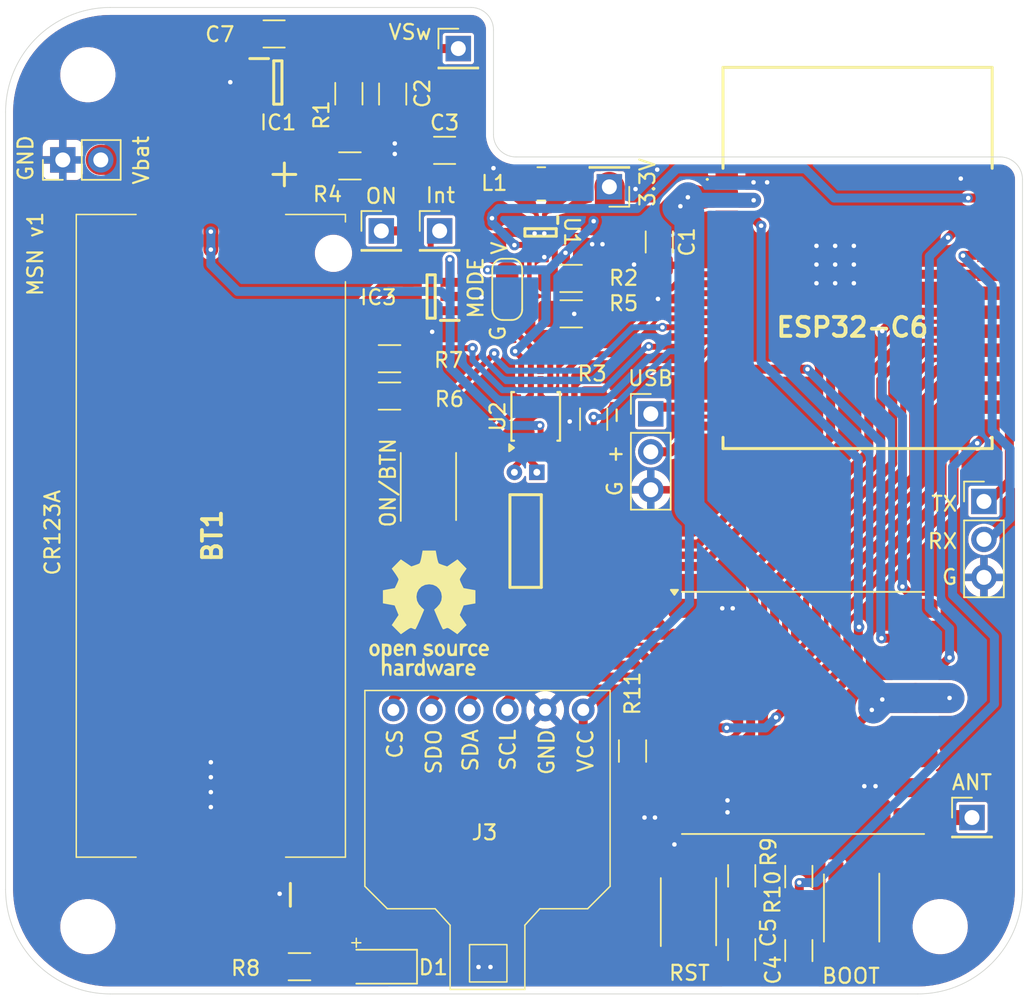
<source format=kicad_pcb>
(kicad_pcb (version 20240108) (generator "pcbnew") (generator_version "8.0")
  (layers (0 "F.Cu" signal) (31 "B.Cu" signal) (34 "B.Paste" user) (35 "F.Paste" user) (36 "B.SilkS" user "B.Silkscreen") (37 "F.SilkS" user "F.Silkscreen") (38 "B.Mask" user) (39 "F.Mask" user) (44 "Edge.Cuts" user))
  (net 0 "")
  (net 1 "GND")
  (net 2 "Net-(D1-A)")
  (net 3 "+3.3V")
  (net 4 "/ADC_CH2")
  (net 5 "/SDA")
  (net 6 "/RF_NSS")
  (net 7 "/EN")
  (net 8 "/SCL")
  (net 9 "/Boot{slash}SW_1")
  (net 10 "/USB_D-")
  (net 11 "/BME_CS")
  (net 12 "/CLR")
  (net 13 "/USB_D+")
  (net 14 "/RF_RST")
  (net 15 "/RF_DIO1")
  (net 16 "VBat")
  (net 17 "/RF_DIO0")
  (net 18 "/RF_DIO2")
  (net 19 "Net-(JP1-C)")
  (net 20 "Net-(IC1-CT)")
  (net 21 "Net-(IC1-QOD)")
  (net 22 "Net-(IC1-ON)")
  (net 23 "Net-(IC2-RXD0)")
  (net 24 "Net-(IC2-TXD0)")
  (net 25 "/BTN_INT")
  (net 26 "/MISO")
  (net 28 "/MOSI")
  (net 30 "Net-(IC2-IO8)")
  (net 31 "/SCK")
  (net 33 "Net-(IC2-IO11)")
  (net 34 "Net-(IC3-~{PB_IN})")
  (net 35 "Net-(J8-Pin_1)")
  (net 39 "Net-(U2-OSCO)")
  (net 40 "Net-(U2-OSCI)")
  (net 41 "Net-(U1-FB)")
  (net 42 "Net-(U1-LX2)")
  (net 43 "Net-(U1-LX1)")
  (footprint "Package_SO:SOT95P280X145-6N" (layer "F.Cu") (at 126.58 69.02)
    (property "Reference" "IC1")
    (property "Value" "TPS22917DBVT" (hide yes))
  )
  (footprint "LOGO" (layer "F.Cu") (at 136.7 104.5)
    (property "Reference" "G***" (hide yes))
    (property "Value" "LOGO" (hide yes))
  )
  (footprint "Package_SO:SOT95P280X145-6N" (layer "F.Cu") (at 136.83 83.3375 180)
    (property "Reference" "IC3")
    (property "Value" "MAX16150AUT+T" (hide yes))
  )
  (footprint "Package_SO:SOTFL50P160X60-8N" (layer "F.Cu") (at 144.15 79.05 -90)
    (property "Reference" "U1")
    (property "Value" "TPS631000DRLR" (hide yes))
  )
  (footprint "Connector_PinHeader_2.54mm:PinHeader_1x03_P2.54mm_Vertical" (layer "F.Cu") (at 173.8 97.05)
    (property "Reference" "J3" (hide yes))
    (property "Value" "TX/RX" (hide yes))
  )
  (footprint "Resistor_SMD:R_1206_3216Metric_Pad1.30x1.75mm_HandSolder" (layer "F.Cu") (at 147.7 91.55 -90)
    (property "Reference" "R3")
    (property "Value" "10K" (hide yes))
  )
  (footprint "MountingHole:MountingHole_3.2mm_M3" (layer "F.Cu") (at 113.875 68.5)
    (property "Reference" "H1" (hide yes))
    (property "Value" "MountingHole" (hide yes))
  )
  (footprint "Connector_PinHeader_2.54mm:PinHeader_1x01_P2.54mm_Vertical" (layer "F.Cu") (at 137.4 78.95)
    (property "Reference" "Int")
    (property "Value" "INT")
  )
  (footprint "Connector_PinHeader_2.54mm:PinHeader_1x01_P2.54mm_Vertical" (layer "F.Cu") (at 138.65 66.75)
    (property "Reference" "VSw")
    (property "Value" "VSw" (hide yes))
  )
  (footprint "Jumper:SolderJumper-3_P1.3mm_Bridged12_RoundedPad1.0x1.5mm_NumberLabels" (layer "F.Cu") (at 141.92 82.86 -90)
    (property "Reference" "JP1" (hide yes))
    (property "Value" "Mode Select" (hide yes))
  )
  (footprint "LED_SMD:LED_1206_3216Metric_Pad1.42x1.75mm_HandSolder" (layer "F.Cu") (at 133.4275 128.1775 180)
    (property "Reference" "D1")
    (property "Value" "Debug 2.1V/20mA" (hide yes))
  )
  (footprint "Capacitor_SMD:C_1206_3216Metric_Pad1.33x1.80mm_HandSolder" (layer "F.Cu") (at 152.09 79.69 -90)
    (property "Reference" "C1")
    (property "Value" "47uF" (hide yes))
  )
  (footprint "Button_Switch_SMD:SW_Push_3x4x2.5" (layer "F.Cu") (at 164.9 124.5 -90)
    (property "Reference" "BOOT")
    (property "Value" "Boot")
  )
  (footprint "Resistor_SMD:R_1206_3216Metric_Pad1.30x1.75mm_HandSolder" (layer "F.Cu") (at 131.4 74.6)
    (property "Reference" "R4")
    (property "Value" "10k" (hide yes))
  )
  (footprint "Connector_PinHeader_2.54mm:PinHeader_1x01_P2.54mm_Vertical" (layer "F.Cu") (at 173 118.2)
    (property "Reference" "ANT")
    (property "Value" "ANT" (hide yes))
  )
  (footprint "Capacitor_SMD:C_1206_3216Metric_Pad1.33x1.80mm_HandSolder" (layer "F.Cu") (at 161.42 127.1 90)
    (property "Reference" "C5")
    (property "Value" "0.1uF" (hide yes))
  )
  (footprint "Resistor_SMD:R_1206_3216Metric_Pad1.30x1.75mm_HandSolder" (layer "F.Cu") (at 150.3 113.75 -90)
    (property "Reference" "R11")
    (property "Value" "10K" (hide yes))
  )
  (footprint "Battery:BatteryHolder_Eagle_CR123A_12BH23PGR" (layer "F.Cu") (at 122.1 99.35 -90)
    (property "Reference" "BT1")
    (property "Value" "CR123a (BX0123)" (hide yes))
  )
  (footprint "Sensor:BME680_Board" (layer "F.Cu") (at 140.4 119.7)
    (property "Reference" "J3")
    (property "Value" "BME680")
  )
  (footprint "Capacitor_SMD:C_1206_3216Metric_Pad1.33x1.80mm_HandSolder" (layer "F.Cu") (at 126.33 65.77 180)
    (property "Reference" "C7")
    (property "Value" "C" (hide yes))
  )
  (footprint "Capacitor_SMD:C_1206_3216Metric_Pad1.33x1.80mm_HandSolder" (layer "F.Cu") (at 137.7325 73.56)
    (property "Reference" "C3")
    (property "Value" "22uF" (hide yes))
  )
  (footprint "Resistor_SMD:R_1206_3216Metric_Pad1.30x1.75mm_HandSolder" (layer "F.Cu") (at 131.33 69.77 90)
    (property "Reference" "R1")
    (property "Value" "0" (hide yes))
  )
  (footprint "MountingHole:MountingHole_3.2mm_M3" (layer "F.Cu") (at 113.875 125.5)
    (property "Reference" "H2" (hide yes))
    (property "Value" "MountingHole" (hide yes))
  )
  (footprint "Resistor_SMD:R_1206_3216Metric_Pad1.30x1.75mm_HandSolder" (layer "F.Cu") (at 134.05 90 180)
    (property "Reference" "R6")
    (property "Value" "10k" (hide yes))
  )
  (footprint "RF_Module:ESP32-C6-WROOM1-N4" (layer "F.Cu") (at 165.35 80.76)
    (property "Reference" "ESP32-C6")
    (property "Value" "ESP32-C6-WROOM-1-N4" (hide yes))
  )
  (footprint "Crystal:Crystal_AB26T_Horizontal" (layer "F.Cu") (at 143.9 95.1 90)
    (property "Reference" "Y1" (hide yes))
    (property "Value" "AB26T/32,768kHz" (hide yes))
  )
  (footprint "Capacitor_SMD:C_1206_3216Metric_Pad1.33x1.80mm_HandSolder" (layer "F.Cu") (at 157.6 127.0375 90)
    (property "Reference" "C4")
    (property "Value" "0.1uF" (hide yes))
  )
  (footprint "Resistor_SMD:R_1206_3216Metric_Pad1.30x1.75mm_HandSolder" (layer "F.Cu") (at 146.19 82.13)
    (property "Reference" "R2")
    (property "Value" "91" (hide yes))
  )
  (footprint "MountingHole:MountingHole_3.2mm_M3" (layer "F.Cu") (at 170.875 125.5)
    (property "Reference" "H3" (hide yes))
    (property "Value" "MountingHole" (hide yes))
  )
  (footprint "Resistor_SMD:R_1206_3216Metric_Pad1.30x1.75mm_HandSolder" (layer "F.Cu") (at 134.05 87.5 180)
    (property "Reference" "R7")
    (property "Value" "10k" (hide yes))
  )
  (footprint "Resistor_SMD:R_1206_3216Metric_Pad1.30x1.75mm_HandSolder" (layer "F.Cu") (at 146.2 84.5 180)
    (property "Reference" "R5")
    (property "Value" "511" (hide yes))
  )
  (footprint "RF_Module:HOPERF_RFM9XW_SMD" (layer "F.Cu") (at 161.7 111.2)
    (property "Reference" "U3" (hide yes))
    (property "Value" "RFM96W-315S2" (hide yes))
  )
  (footprint "Resistor_SMD:R_1206_3216Metric_Pad1.30x1.75mm_HandSolder" (layer "F.Cu") (at 157.6 122.1 90)
    (property "Reference" "R9")
    (property "Value" "10K" (hide yes))
  )
  (footprint "Resistor_SMD:R_1206_3216Metric_Pad1.30x1.75mm_HandSolder" (layer "F.Cu") (at 128.0275 128.1775 180)
    (property "Reference" "R8")
    (property "Value" "68" (hide yes))
  )
  (footprint "Connector_PinHeader_2.54mm:PinHeader_1x01_P2.54mm_Vertical" (layer "F.Cu") (at 133.5 78.95)
    (property "Reference" "ON")
    (property "Value" "Out" (hide yes))
  )
  (footprint "Inductor_SMD:L_1008_2520Metric_Pad1.43x2.20mm_HandSolder" (layer "F.Cu") (at 144.2 75.8 180)
    (property "Reference" "L1")
    (property "Value" "1uH" (hide yes))
  )
  (footprint "Button_Switch_SMD:SW_Push_3x4x2.5" (layer "F.Cu") (at 154.09 124.25 90)
    (property "Reference" "RST")
    (property "Value" "RST" (hide yes))
  )
  (footprint "Connector_PinHeader_2.54mm:PinHeader_1x02_P2.54mm_Vertical" (layer "F.Cu") (at 112.2 74.2 90)
    (property "Reference" "Vbat")
    (property "Value" "VBat" (hide yes))
  )
  (footprint "Resistor_SMD:R_1206_3216Metric_Pad1.30x1.75mm_HandSolder" (layer "F.Cu") (at 161.42 122.15 90)
    (property "Reference" "R10")
    (property "Value" "10K" (hide yes))
  )
  (footprint "Connector_PinHeader_2.54mm:PinHeader_1x01_P2.54mm_Vertical" (layer "F.Cu") (at 148.75 76 180)
    (property "Reference" "3.3V")
    (property "Value" "Vout" (hide yes))
  )
  (footprint "Capacitor_SMD:C_1206_3216Metric_Pad1.33x1.80mm_HandSolder" (layer "F.Cu") (at 134.26 69.7925 90)
    (property "Reference" "C2")
    (property "Value" "47uF" (hide yes))
  )
  (footprint "Button_Switch_SMD:SW_Push_3x4x2.5" (layer "F.Cu") (at 136.7 95.8 90)
    (property "Reference" "ON/BTN")
    (property "Value" "On/SW_2" (hide yes))
  )
  (footprint "Connector_PinHeader_2.54mm:PinHeader_1x03_P2.54mm_Vertical" (layer "F.Cu") (at 151.52 91.19)
    (property "Reference" "JUSB" (hide yes))
    (property "Value" "USB" (hide yes))
  )
  (footprint "Package_SO:TSSOP-8_3x3mm_P0.65mm" (layer "F.Cu") (at 143.825 91.359 90)
    (property "Reference" "U2")
    (property "Value" "PCF85363ATT/A" (hide yes))
  )
  (gr_line (start 174.875 74) (end 142.499999 74) (stroke (width 0.05)) (layer "Edge.Cuts"))
  (gr_arc (start 176.375 123) (mid 174.324747 127.949747) (end 169.375 130) (stroke (width 0.05)) (layer "Edge.Cuts"))
  (gr_line (start 176.375 75.5) (end 176.375 123) (stroke (width 0.05)) (layer "Edge.Cuts"))
  (gr_arc (start 108.375 71) (mid 110.425253 66.050253) (end 115.375 64) (stroke (width 0.05)) (layer "Edge.Cuts"))
  (gr_arc (start 139.5 64) (mid 140.56066 64.43934) (end 141 65.5) (stroke (width 0.05)) (layer "Edge.Cuts"))
  (gr_line (start 108.375 123) (end 108.375 71) (stroke (width 0.05)) (layer "Edge.Cuts"))
  (gr_line (start 141 72.5) (end 141 65.5) (stroke (width 0.05)) (layer "Edge.Cuts"))
  (gr_line (start 169.375 130) (end 115.375 130) (stroke (width 0.05)) (layer "Edge.Cuts"))
  (gr_arc (start 142.499999 74) (mid 141.43934 73.56066) (end 141 72.500001) (stroke (width 0.05)) (layer "Edge.Cuts"))
  (gr_line (start 115.375 64) (end 139.5 64) (stroke (width 0.05)) (layer "Edge.Cuts"))
  (gr_arc (start 115.375 130) (mid 110.425253 127.949747) (end 108.375 123) (stroke (width 0.05)) (layer "Edge.Cuts"))
  (gr_arc (start 174.875 74) (mid 175.93566 74.43934) (end 176.375 75.5) (stroke (width 0.05)) (layer "Edge.Cuts"))
  (gr_text "-\n" (at 149.75 92 90) (layer "F.SilkS") (effects (font (size 1 1)) (justify left bottom)))
  (gr_text "TX\n" (at 170.188095 97.8 0) (layer "F.SilkS") (effects (font (size 1 1)) (justify left bottom)))
  (gr_text "+" (at 149.7 94.6 90) (layer "F.SilkS") (effects (font (size 1 1)) (justify left bottom)))
  (gr_text "USB\n" (at 149.9 89.4 0) (layer "F.SilkS") (effects (font (size 1 1)) (justify left bottom)))
  (gr_text "MODE\n" (at 140.4 84.9 90) (layer "F.SilkS") (effects (font (size 1 1)) (justify left bottom)))
  (gr_text "G\n" (at 149.7 96.8 90) (layer "F.SilkS") (effects (font (size 1 1)) (justify left bottom)))
  (gr_text "G" (at 170.902381 102.7 0) (layer "F.SilkS") (effects (font (size 1 1)) (justify left bottom)))
  (gr_text "GND\n" (at 110.3 75.7 90) (layer "F.SilkS") (effects (font (size 1 1)) (justify left bottom)))
  (gr_text "RX\n" (at 169.95 100.3 0) (layer "F.SilkS") (effects (font (size 1 1)) (justify left bottom)))
  (gr_text "CR123A\n" (at 112.1 102.1 90) (layer "F.SilkS") (effects (font (size 1 1)) (justify left bottom)))
  (gr_text "MSN v1" (at 110.95 83.4 90) (layer "F.SilkS") (effects (font (size 1 1)) (justify left bottom)))
  (segment (start 140.2 83.4) (end 140.21 83.4) (width 0.6) (layer "F.Cu") (net 1))
  (segment (start 157.6 128.6) (end 154.25 128.6) (width 0.6) (layer "F.Cu") (net 1))
  (segment (start 144.8 93.509) (end 144.8 94.3) (width 0.4) (layer "F.Cu") (net 1))
  (segment (start 147.6 79.84) (end 146.371371 79.84) (width 0.6) (layer "F.Cu") (net 1))
  (segment (start 145.651371 79.12) (end 143.75 79.12) (width 0.6) (layer "F.Cu") (net 1))
  (segment (start 145.455 92.169) (end 144.8 92.824) (width 0.4) (layer "F.Cu") (net 1))
  (segment (start 152.1 128.2) (end 153.09 127.21) (width 0.6) (layer "F.Cu") (net 1))
  (segment (start 144.4 79.888) (end 144.4 80.7) (width 0.3) (layer "F.Cu") (net 1))
  (segment (start 143.68 79.05) (end 141.768082 79.05) (width 0.6) (layer "F.Cu") (net 1))
  (segment (start 140.5 128.2) (end 140.8 128.2) (width 0.6) (layer "F.Cu") (net 1))
  (segment (start 153.09 126.825) (end 153.09 122.15) (width 0.6) (layer "F.Cu") (net 1))
  (segment (start 154.175 104.2) (end 156.3 104.2) (width 1) (layer "F.Cu") (net 1))
  (segment (start 140.21 83.4) (end 140.97 84.16) (width 0.6) (layer "F.Cu") (net 1))
  (segment (start 140 128.2) (end 140.5 128.2) (width 0.6) (layer "F.Cu") (net 1))
  (segment (start 157.6 128.6) (end 159.57 128.6) (width 0.6) (layer "F.Cu") (net 1))
  (segment (start 148.25 79.84) (end 148.29 79.88) (width 0.6) (layer "F.Cu") (net 1))
  (segment (start 127.400003 123.3) (end 127.2 123.3) (width 3) (layer "F.Cu") (net 1))
  (segment (start 145.465 92.169) (end 145.455 92.169) (width 0.4) (layer "F.Cu") (net 1))
  (segment (start 161.3875 128.6) (end 161.45 128.6625) (width 0.6) (layer "F.Cu") (net 1))
  (segment (start 122.1 116.7) (end 122.1 116.5) (width 3) (layer "F.Cu") (net 1))
  (segment (start 140.8 128.2) (end 152.1 128.2) (width 0.6) (layer "F.Cu") (net 1))
  (segment (start 122.1 115.5) (end 122.1 114.5) (width 3) (layer "F.Cu") (net 1))
  (segment (start 153.09 120.09) (end 153.09 119.285) (width 0.6) (layer "F.Cu") (net 1))
  (segment (start 145.465 92.159) (end 145.465 92.169) (width 0.4) (layer "F.Cu") (net 1))
  (segment (start 143.75 79.12) (end 143.718 79.088) (width 0.6) (layer "F.Cu") (net 1))
  (segment (start 147.75 84.5) (end 146.4 84.5) (width 1) (layer "F.Cu") (net 1))
  (segment (start 141.318082 79.5) (end 140.7 79.5) (width 0.6) (layer "F.Cu") (net 1))
  (segment (start 122.1 123.3) (end 126.7 123.3) (width 3) (layer "F.Cu") (net 1))
  (segment (start 151.95 74.85) (end 154.65 74.85) (width 0.5) (layer "F.Cu") (net 1))
  (segment (start 140.1475 83.3375) (end 140.2 83.39) (width 0.6) (layer "F.Cu") (net 1))
  (segment (start 122.1 127.5) (end 122.1 117.5) (width 3) (layer "F.Cu") (net 1))
  (segment (start 138.08 83.3375) (end 140.1475 83.3375) (width 0.6) (layer "F.Cu") (net 1))
  (segment (start 123.48 69.03) (end 123.51 69) (width 0.4) (layer "F.Cu") (net 1))
  (segment (start 144.4 79.12) (end 144.4 79.13) (width 0.2) (layer "F.Cu") (net 1))
  (segment (start 146.77 96.27) (end 151.52 96.27) (width 0.4) (layer "F.Cu") (net 1))
  (segment (start 153.09 120.11) (end 153.1 120.1) (width 0.6) (layer "F.Cu") (net 1))
  (segment (start 165.9 126.6) (end 165.9 121.925) (width 0.6) (layer "F.Cu") (net 1))
  (segment (start 145.924 91.7) (end 145.475 92.149) (width 0.4) (layer "F.Cu") (net 1))
  (segment (start 125.33 69.02) (end 123.49 69.02) (width 0.6) (layer "F.Cu") (net 1))
  (segment (start 161.45 128.6625) (end 164.1875 128.6625) (width 0.6) (layer "F.Cu") (net 1))
  (segment (start 146.371371 79.84) (end 145.651371 79.12) (width 0.6) (layer "F.Cu") (net 1))
  (segment (start 140.2 83.39) (end 140.2 83.4) (width 0.6) (layer "F.Cu") (net 1))
  (segment (start 134.26 73.56) (end 134.26 71.355) (width 2) (layer "F.Cu") (net 1))
  (segment (start 143.75 79.12) (end 143.68 79.05) (width 0.6) (layer "F.Cu") (net 1))
  (segment (start 153.1 120.1) (end 153.09 120.09) (width 0.6) (layer "F.Cu") (net 1))
  (segment (start 155.3 75.5) (end 156.6 75.5) (width 0.5) (layer "F.Cu") (net 1))
  (segment (start 122.1 116.5) (end 122.1 115.8) (width 3) (layer "F.Cu") (net 1))
  (segment (start 122.1 114.5) (end 122.1 114.9) (width 3) (layer "F.Cu") (net 1))
  (segment (start 123.51 69) (end 123.4 69) (width 0.4) (layer "F.Cu") (net 1))
  (segment (start 122.1 114.9) (end 122.1 115.1) (width 3) (layer "F.Cu") (net 1))
  (segment (start 158.38188 75.681881) (end 158.199999 75.5) (width 0.5) (layer "F.Cu") (net 1))
  (segment (start 134.26 73.56) (end 136.17 73.56) (width 2) (layer "F.Cu") (net 1))
  (segment (start 141.768082 79.05) (end 141.318082 79.5) (width 0.6) (layer "F.Cu") (net 1))
  (segment (start 140.97 84.16) (end 141.92 84.16) (width 0.6) (layer "F.Cu") (net 1))
  (segment (start 144.8 94.3) (end 146.77 96.27) (width 0.4) (layer "F.Cu") (net 1))
  (segment (start 153.09 122.15) (end 153.09 120.11) (width 0.6) (layer "F.Cu") (net 1))
  (segment (start 123.4 69) (end 123.4 69.11) (width 0.4) (layer "F.Cu") (net 1))
  (segment (start 122.1 115.8) (end 122.1 115.5) (width 3) (layer "F.Cu") (net 1))
  (segment (start 146.1 91.7) (end 145.924 91.7) (width 0.4) (layer "F.Cu") (net 1))
  (segment (start 123.4 69.11) (end 123.49 69.02) (width 0.4) (layer "F.Cu") (net 1))
  (segment (start 123.49 69.02) (end 123.52 69.02) (width 0.6) (layer "F.Cu") (net 1))
  (segment (start 144.4 80.7) (end 144.4 80.5) (width 0.3) (layer "F.Cu") (net 1))
  (segment (start 122.1 117.5) (end 122.1 116.7) (width 3) (layer "F.Cu") (net 1))
  (segment (start 145.924 91.7) (end 145.465 92.159) (width 0.4) (layer "F.Cu") (net 1))
  (segment (start 144.4 79.888) (end 144.4 79.12) (width 0.3) (layer "F.Cu") (net 1))
  (segment (start 147.6 79.84) (end 148.25 79.84) (width 0.6) (layer "F.Cu") (net 1))
  (segment (start 164.1875 128.6625) (end 166.05 126.8) (width 0.6) (layer "F.Cu") (net 1))
  (segment (start 144 79.12) (end 144.4 79.12) (width 0.6) (layer "F.Cu") (net 1))
  (segment (start 144.8 92.824) (end 144.8 93.509) (width 0.4) (layer "F.Cu") (net 1))
  (segment (start 159.57 128.6) (end 161.3875 128.6) (width 0.6) (layer "F.Cu") (net 1))
  (segment (start 133.9875 128.2) (end 140 128.2) (width 0.6) (layer "F.Cu") (net 1))
  (segment (start 154.65 74.85) (end 155.3 75.5) (width 0.5) (layer "F.Cu") (net 1))
  (segment (start 153.09 119.285) (end 154.175 118.2) (width 0.6) (layer "F.Cu") (net 1))
  (segment (start 154.25 128.6) (end 153 127.35) (width 0.6) (layer "F.Cu") (net 1))
  (segment (start 158.199999 75.5) (end 156.6 75.5) (width 0.5) (layer "F.Cu") (net 1))
  (segment (start 153.09 127.21) (end 153.09 126.825) (width 0.6) (layer "F.Cu") (net 1))
  (segment (start 156.3 104.2) (end 157 104.2) (width 1) (layer "F.Cu") (net 1))
  (segment (start 126.7 123.3) (end 127.400003 123.3) (width 3) (layer "F.Cu") (net 1))
  (via (at 136.9 85.7) (size 0.7) (drill 0.3) (layers "F.Cu" "B.Cu") (net 1))
  (via (at 163.85 82.45) (size 0.7) (drill 0.3) (layers "F.Cu" "B.Cu") (net 1))
  (via (at 146.4 84.5) (size 0.7) (drill 0.3) (layers "F.Cu" "B.Cu") (net 1))
  (via (at 140 128.2) (size 0.7) (drill 0.3) (layers "F.Cu" "B.Cu") (net 1))
  (via (at 165.8 116.1) (size 0.7) (drill 0.3) (layers "F.Cu" "B.Cu") (net 1))
  (via (at 162.6 79.95) (size 0.7) (drill 0.3) (layers "F.Cu" "B.Cu") (net 1))
  (via (at 157 104.2) (size 0.7) (drill 0.3) (layers "F.Cu" "B.Cu") (net 1))
  (via (at 126.7 123.3) (size 0.7) (drill 0.3) (layers "F.Cu" "B.Cu") (net 1))
  (via (at 122.1 116.5) (size 0.7) (drill 0.3) (layers "F.Cu" "B.Cu") (net 1))
  (via (at 162.6 82.45) (size 0.7) (drill 0.3) (layers "F.Cu" "B.Cu") (net 1))
  (via (at 165.1 81.2) (size 0.7) (drill 0.3) (layers "F.Cu" "B.Cu") (net 1))
  (via (at 144.4 79.12) (size 0.6) (drill 0.3) (layers "F.Cu" "B.Cu") (net 1))
  (via (at 152 83.5) (size 0.6) (drill 0.3) (layers "F.Cu" "B.Cu") (net 1))
  (via (at 140.8 128.2) (size 0.7) (drill 0.3) (layers "F.Cu" "B.Cu") (net 1))
  (via (at 144.4 80.7) (size 0.6) (drill 0.3) (layers "F.Cu" "B.Cu") (net 1))
  (via (at 156.65 117.05) (size 0.7) (drill 0.3) (layers "F.Cu" "B.Cu") (net 1))
  (via (at 151.8 118.2) (size 0.7) (drill 0.3) (layers "F.Cu" "B.Cu") (net 1))
  (via (at 147.6 79.84) (size 0.6) (drill 0.3) (layers "F.Cu" "B.Cu") (net 1))
  (via (at 158.39094 75.7) (size 0.7) (drill 0.3) (layers "F.Cu" "B.Cu") (net 1))
  (via (at 163.85 81.2) (size 0.7) (drill 0.3) (layers "F.Cu" "B.Cu") (net 1))
  (via (at 172.25 75.45) (size 0.7) (drill 0.3) (layers "F.Cu" "B.Cu") (net 1))
  (via (at 123.4 69) (size 0.7) (drill 0.3) (layers "F.Cu" "B.Cu") (net 1))
  (via (at 151.95 74.85) (size 0.7) (drill 0.3) (layers "F.Cu" "B.Cu") (net 1))
  (via (at 163.85 79.95) (size 0.7) (drill 0.3) (layers "F.Cu" "B.Cu") (net 1))
  (via (at 146.1 91.7) (size 0.7) (drill 0.3) (layers "F.Cu" "B.Cu") (net 1))
  (via (at 143.75 79.12) (size 0.6) (drill 0.3) (layers "F.Cu" "B.Cu") (net 1))
  (via (at 122.1 114.5) (size 0.7) (drill 0.3) (layers "F.Cu" "B.Cu") (net 1))
  (via (at 150.5 76.15) (size 0.7) (drill 0.3) (layers "F.Cu" "B.Cu") (net 1))
  (via (at 140.2 83.4) (size 0.6) (drill 0.3) (layers "F.Cu" "B.Cu") (net 1))
  (via (at 141 74.75) (size 0.7) (drill 0.3) (layers "F.Cu" "B.Cu") (net 1))
  (via (at 156.3 104.2) (size 0.7) (drill 0.3) (layers "F.Cu" "B.Cu") (net 1))
  (via (at 148.29 79.84) (size 0.6) (drill 0.3) (layers "F.Cu" "B.Cu") (net 1))
  (via (at 159.3 75.7) (size 0.7) (drill 0.3) (layers "F.Cu" "B.Cu") (net 1))
  (via (at 165.1 82.45) (size 0.7) (drill 0.3) (layers "F.Cu" "B.Cu") (net 1))
  (via (at 150.4 81.2) (size 0.6) (drill 0.3) (layers "F.Cu" "B.Cu") (net 1))
  (via (at 153.1 120) (size 0.7) (drill 0.3) (layers "F.Cu" "B.Cu") (net 1))
  (via (at 151.1 118.2) (size 0.7) (drill 0.3) (layers "F.Cu" "B.Cu") (net 1))
  (via (at 134.4 73.8) (size 0.7) (drill 0.3) (layers "F.Cu" "B.Cu") (net 1))
  (via (at 162.6 81.2) (size 0.7) (drill 0.3) (layers "F.Cu" "B.Cu") (net 1))
  (via (at 134.4 73.1) (size 0.7) (drill 0.3) (layers "F.Cu" "B.Cu") (net 1))
  (via (at 166.55 116.1) (size 0.7) (drill 0.3) (layers "F.Cu" "B.Cu") (net 1))
  (via (at 122.1 115.5) (size 0.7) (drill 0.3) (layers "F.Cu" "B.Cu") (net 1))
  (via (at 156.65 117.85) (size 0.7) (drill 0.3) (layers "F.Cu" "B.Cu") (net 1))
  (via (at 165.1 79.95) (size 0.7) (drill 0.3) (layers "F.Cu" "B.Cu") (net 1))
  (via (at 122.1 117.5) (size 0.7) (drill 0.3) (layers "F.Cu" "B.Cu") (net 1))
  (segment (start 131.94 128.1775) (end 129.5775 128.1775) (width 0.6) (layer "F.Cu") (net 2))
  (segment (start 147.74 78.34) (end 147.7 78.3) (width 0.4) (layer "F.Cu") (net 3))
  (segment (start 147.7 78.3) (end 147.65 78.25) (width 0.4) (layer "F.Cu") (net 3))
  (segment (start 161.45 120.6) (end 161.45 115.85) (width 0.6) (layer "F.Cu") (net 3))
  (segment (start 158.4 76.9) (end 158.35 76.9) (width 1) (layer "F.Cu") (net 3))
  (segment (start 167.1 110.2) (end 167.1 110.2) (width 2) (layer "F.Cu") (net 3))
  (segment (start 166.3 111) (end 166.4 110.9) (width 0.6) (layer "F.Cu") (net 3))
  (segment (start 169.225 110.2) (end 167.1 110.2) (width 2) (layer "F.Cu") (net 3))
  (segment (start 157.65 120.6) (end 157.6 120.55) (width 0.6) (layer "F.Cu") (net 3))
  (segment (start 149.9 115.3) (end 147 112.4) (width 0.6) (layer "F.Cu") (net 3))
  (segment (start 148.78 78.25) (end 152.45 78.25) (width 2) (layer "F.Cu") (net 3))
  (segment (start 142.45 87) (end 142.85 87.4) (width 0.4) (layer "F.Cu") (net 3))
  (segment (start 148.78 76.03) (end 148.75 76) (width 2) (layer "F.Cu") (net 3))
  (segment (start 147.74 82.13) (end 147.53 82.13) (width 0.6) (layer "F.Cu") (net 3))
  (segment (start 169.225 110.2) (end 171.5 110.2) (width 2) (layer "F.Cu") (net 3))
  (segment (start 145.815685 80.915685) (end 147.03 82.13) (width 0.6) (layer "F.Cu") (net 3))
  (segment (start 142.85 87.4) (end 142.85 89.209) (width 0.4) (layer "F.Cu") (net 3))
  (segment (start 147 112.4) (end 147 111) (width 0.6) (layer "F.Cu") (net 3))
  (segment (start 161.45 115.85) (end 166.3 111) (width 0.6) (layer "F.Cu") (net 3))
  (segment (start 147.65 78.25) (end 148.78 78.25) (width 2) (layer "F.Cu") (net 3))
  (segment (start 152.45 78.25) (end 153.4 77.3) (width 2) (layer "F.Cu") (net 3))
  (segment (start 153.5 77.2) (end 154 76.7) (width 2) (layer "F.Cu") (net 3))
  (segment (start 147.7 93.1) (end 147.7 91.4) (width 0.4) (layer "F.Cu") (net 3))
  (segment (start 140.6 81.56) (end 141.92 81.56) (width 0.4) (layer "F.Cu") (net 3))
  (segment (start 167 110.3) (end 166.4 110.9) (width 2) (layer "F.Cu") (net 3))
  (segment (start 145.815685 80.415685) (end 145.815685 80.915685) (width 0.6) (layer "F.Cu") (net 3))
  (segment (start 147.03 82.13) (end 147.53 82.13) (width 0.6) (layer "F.Cu") (net 3))
  (segment (start 150.3 115.3) (end 149.9 115.3) (width 0.6) (layer "F.Cu") (net 3))
  (segment (start 161.45 120.6) (end 157.65 120.6) (width 0.6) (layer "F.Cu") (net 3))
  (segment (start 148.78 78.25) (end 148.78 76.03) (width 2) (layer "F.Cu") (net 3))
  (via (at 167 110.3) (size 0.7) (drill 0.3) (layers "F.Cu" "B.Cu") (net 3))
  (via (at 153.5 77.3) (size 0.7) (drill 0.3) (layers "F.Cu" "B.Cu") (net 3))
  (via (at 140.6 81.56) (size 0.6) (drill 0.3) (layers "F.Cu" "B.Cu") (net 3))
  (via (at 142.45 87) (size 0.7) (drill 0.3) (layers "F.Cu" "B.Cu") (net 3))
  (via (at 147.7 78.3) (size 0.7) (drill 0.3) (layers "F.Cu" "B.Cu") (net 3))
  (via (at 154 76.7) (size 0.7) (drill 0.3) (layers "F.Cu" "B.Cu") (net 3))
  (via (at 158.4 76.9) (size 0.7) (drill 0.3) (layers "F.Cu" "B.Cu") (net 3))
  (via (at 166.3 111) (size 0.7) (drill 0.3) (layers "F.Cu" "B.Cu") (net 3))
  (via (at 171.5 110.2) (size 0.7) (drill 0.3) (layers "F.Cu" "B.Cu") (net 3))
  (via (at 147.7 91.4) (size 0.7) (drill 0.3) (layers "F.Cu" "B.Cu") (net 3))
  (via (at 145.815685 80.415685) (size 0.6) (drill 0.3) (layers "F.Cu" "B.Cu") (net 3))
  (segment (start 147.6 91.4) (end 148.35 91.4) (width 0.4) (layer "B.Cu") (net 3))
  (segment (start 158.4 76.9) (end 154.2 76.9) (width 1) (layer "B.Cu") (net 3))
  (segment (start 152.75 87) (end 153.57 87) (width 0.4) (layer "B.Cu") (net 3))
  (segment (start 154.1 97.035) (end 154.1 97.5) (width 2) (layer "B.Cu") (net 3))
  (segment (start 147 111) (end 154.1 103.9) (width 0.6) (layer "B.Cu") (net 3))
  (segment (start 147.65 78.581371) (end 144.671371 81.56) (width 0.6) (layer "B.Cu") (net 3))
  (segment (start 147.65 78.25) (end 147.65 78.581371) (width 0.6) (layer "B.Cu") (net 3))
  (segment (start 142.45 87) (end 142.5 87) (width 0.6) (layer "B.Cu") (net 3))
  (segment (start 144.5 85) (end 144.5 81.56) (width 0.6) (layer "B.Cu") (net 3))
  (segment (start 167 110.2) (end 171.5 110.2) (width 2) (layer "B.Cu") (net 3))
  (segment (start 148.35 91.4) (end 152.75 87) (width 0.4) (layer "B.Cu") (net 3))
  (segment (start 142.5 87) (end 144.5 85) (width 0.6) (layer "B.Cu") (net 3))
  (segment (start 154.1 87.065) (end 154.1 97.035) (width 2) (layer "B.Cu") (net 3))
  (segment (start 154.1 103.9) (end 154.1 97.5) (width 0.6) (layer "B.Cu") (net 3))
  (segment (start 153.3 77.4) (end 153.57 77.67) (width 2) (layer "B.Cu") (net 3))
  (segment (start 154.1 77.735) (end 154.1 87.065) (width 2) (layer "B.Cu") (net 3))
  (segment (start 154.1 97.5) (end 166.4 109.8) (width 2) (layer "B.Cu") (net 3))
  (segment (start 166.4 109.8) (end 166.4 110.9) (width 2) (layer "B.Cu") (net 3))
  (segment (start 154 76.7) (end 153.3 77.4) (width 2) (layer "B.Cu") (net 3))
  (segment (start 167 110.3) (end 166.4 110.9) (width 2) (layer "B.Cu") (net 3))
  (segment (start 167 110.3) (end 167 110.2) (width 2) (layer "B.Cu") (net 3))
  (segment (start 144.671371 81.56) (end 140.6 81.56) (width 0.6) (layer "B.Cu") (net 3))
  (segment (start 136.11 67.86) (end 137.22 66.75) (width 0.6) (layer "F.Cu") (net 4))
  (segment (start 135.64 67.39) (end 130.04 67.39) (width 2) (layer "F.Cu") (net 4))
  (segment (start 139.2 76.2) (end 139.2 70.95) (width 2) (layer "F.Cu") (net 4))
  (segment (start 174.08 76.75) (end 174.1 76.77) (width 0.6) (layer "F.Cu") (net 4))
  (segment (start 138.65 66.75) (end 138.73 66.67) (width 0.6) (layer "F.Cu") (net 4))
  (segment (start 142.412 79.888) (end 143.4 79.888) (width 0.4) (layer "F.Cu") (net 4))
  (segment (start 139.2 70.95) (end 136.11 67.86) (width 2) (layer "F.Cu") (net 4))
  (segment (start 172.75 76.75) (end 174.08 76.75) (width 0.6) (layer "F.Cu") (net 4))
  (segment (start 142.412 79.888) (end 142.5 79.888) (width 0.4) (layer "F.Cu") (net 4))
  (segment (start 137.22 66.75) (end 138.65 66.75) (width 0.6) (layer "F.Cu") (net 4))
  (segment (start 136.11 67.86) (end 135.64 67.39) (width 2) (layer "F.Cu") (net 4))
  (segment (start 142.4 79.9) (end 142.412 79.888) (width 0.4) (layer "F.Cu") (net 4))
  (segment (start 140.9 77.9) (end 139.2 76.2) (width 2) (layer "F.Cu") (net 4))
  (via (at 172.75 76.75) (size 0.6) (drill 0.3) (layers "F.Cu" "B.Cu") (net 4))
  (via (at 140.9 78.1) (size 0.7) (drill 0.3) (layers "F.Cu" "B.Cu") (net 4))
  (via (at 142.4 79.9) (size 0.7) (drill 0.3) (layers "F.Cu" "B.Cu") (net 4))
  (segment (start 161.85 74.8) (end 153.25 74.8) (width 0.6) (layer "B.Cu") (net 4))
  (segment (start 140.9 77.9) (end 140.9 78.1) (width 0.6) (layer "B.Cu") (net 4))
  (segment (start 172.75 76.75) (end 163.8 76.75) (width 0.6) (layer "B.Cu") (net 4))
  (segment (start 150.6 77.45) (end 141.35 77.45) (width 0.6) (layer "B.Cu") (net 4))
  (segment (start 142.4 79.9) (end 140.9 78.4) (width 0.6) (layer "B.Cu") (net 4))
  (segment (start 163.8 76.75) (end 161.85 74.8) (width 0.6) (layer "B.Cu") (net 4))
  (segment (start 153.25 74.8) (end 150.6 77.45) (width 0.6) (layer "B.Cu") (net 4))
  (segment (start 140.9 78.4) (end 140.9 78.1) (width 0.6) (layer "B.Cu") (net 4))
  (segment (start 141.35 77.45) (end 140.9 77.9) (width 0.6) (layer "B.Cu") (net 4))
  (segment (start 144.8 89.209) (end 144.8 87.6) (width 0.4) (layer "F.Cu") (net 5))
  (segment (start 152.9 82.8) (end 153.85 81.85) (width 0.4) (layer "F.Cu") (net 5))
  (segment (start 153.85 81.85) (end 156.6 81.85) (width 0.4) (layer "F.Cu") (net 5))
  (segment (start 148.4 86) (end 151.6 82.8) (width 0.4) (layer "F.Cu") (net 5))
  (segment (start 144.8 87.6) (end 146.4 86) (width 0.4) (layer "F.Cu") (net 5))
  (segment (start 146.4 86) (end 148.4 86) (width 0.4) (layer "F.Cu") (net 5))
  (segment (start 151.6 82.8) (end 152.9 82.8) (width 0.4) (layer "F.Cu") (net 5))
  (segment (start 159.9 111.5) (end 163.9 107.5) (width 0.6) (layer "F.Cu") (net 6))
  (segment (start 163.9 107.5) (end 163.9 105) (width 0.6) (layer "F.Cu") (net 6))
  (segment (start 171.8 91.8) (end 172.86 90.74) (width 0.6) (layer "F.Cu") (net 6))
  (segment (start 172.86 90.74) (end 174.1 90.74) (width 0.6) (layer "F.Cu") (net 6))
  (segment (start 171.8 97.1) (end 171.8 91.8) (width 0.6) (layer "F.Cu") (net 6))
  (segment (start 154.175 112.2) (end 156.6 112.2) (width 0.6) (layer "F.Cu") (net 6))
  (segment (start 163.9 105) (end 171.8 97.1) (width 0.6) (layer "F.Cu") (net 6))
  (segment (start 150.3 112.2) (end 154.175 112.2) (width 0.4) (layer "F.Cu") (net 6))
  (via (at 156.6 112.2) (size 0.7) (drill 0.3) (layers "F.Cu" "B.Cu") (net 6))
  (via (at 159.9 111.5) (size 0.7) (drill 0.3) (layers "F.Cu" "B.Cu") (net 6))
  (segment (start 159.9 111.5) (end 159.2 112.2) (width 0.6) (layer "B.Cu") (net 6))
  (segment (start 159.2 112.2) (end 156.6 112.2) (width 0.6) (layer "B.Cu") (net 6))
  (segment (start 157.6 124.5) (end 157.6 123.65) (width 0.6) (layer "F.Cu") (net 7))
  (segment (start 158.34 78.04) (end 156.6 78.04) (width 0.6) (layer "F.Cu") (net 7))
  (segment (start 155.09 124.5) (end 155.09 122.15) (width 0.6) (layer "F.Cu") (net 7))
  (segment (start 155.09 126.825) (end 155.09 124.5) (width 0.6) (layer "F.Cu") (net 7))
  (segment (start 155.09 122.2) (end 155.04 122.15) (width 0.6) (layer "F.Cu") (net 7))
  (segment (start 157.6 124.5) (end 155.09 124.5) (width 0.6) (layer "F.Cu") (net 7))
  (segment (start 155.09 122.15) (end 155.09 120.21) (width 0.6) (layer "F.Cu") (net 7))
  (segment (start 157.6 125.475) (end 157.6 124.5) (width 0.6) (layer "F.Cu") (net 7))
  (segment (start 156.3 119) (end 157.4 119) (width 0.6) (layer "F.Cu") (net 7))
  (segment (start 155.09 120.21) (end 156.3 119) (width 0.6) (layer "F.Cu") (net 7))
  (segment (start 159 117.4) (end 159 114.6) (width 0.6) (layer "F.Cu") (net 7))
  (segment (start 158.9 78.6) (end 158.34 78.04) (width 0.6) (layer "F.Cu") (net 7))
  (segment (start 157.6 124.4) (end 157.6 124.5) (width 0.6) (layer "F.Cu") (net 7))
  (segment (start 157.4 119) (end 159 117.4) (width 0.6) (layer "F.Cu") (net 7))
  (segment (start 159 114.6) (end 165.4 108.2) (width 0.6) (layer "F.Cu") (net 7))
  (segment (start 165.4 108.2) (end 165.4 105.4) (width 0.6) (layer "F.Cu") (net 7))
  (via (at 165.45 105.45) (size 0.7) (drill 0.3) (layers "F.Cu" "B.Cu") (net 7))
  (via (at 158.9 78.6) (size 0.7) (drill 0.3) (layers "F.Cu" "B.Cu") (net 7))
  (segment (start 158.9 87.7) (end 165.4 94.2) (width 0.6) (layer "B.Cu") (net 7))
  (segment (start 158.9 78.6) (end 158.9 87.7) (width 0.6) (layer "B.Cu") (net 7))
  (segment (start 165.4 94.2) (end 165.4 105.4) (width 0.6) (layer "B.Cu") (net 7))
  (segment (start 144.15 89.963) (end 144.387 90.2) (width 0.4) (layer "F.Cu") (net 8))
  (segment (start 151.9 84.2) (end 153.3 84.2) (width 0.4) (layer "F.Cu") (net 8))
  (segment (start 148.9 87.2) (end 151.9 84.2) (width 0.4) (layer "F.Cu") (net 8))
  (segment (start 144.387 90.2) (end 145.63 90.2) (width 0.4) (layer "F.Cu") (net 8))
  (segment (start 145.8 90.03) (end 145.8 88.4) (width 0.4) (layer "F.Cu") (net 8))
  (segment (start 145.8 88.4) (end 147 87.2) (width 0.4) (layer "F.Cu") (net 8))
  (segment (start 145.63 90.2) (end 145.8 90.03) (width 0.4) (layer "F.Cu") (net 8))
  (segment (start 153.3 84.2) (end 154.38 83.12) (width 0.4) (layer "F.Cu") (net 8))
  (segment (start 154.38 83.12) (end 156.6 83.12) (width 0.4) (layer "F.Cu") (net 8))
  (segment (start 144.15 89.209) (end 144.15 89.963) (width 0.4) (layer "F.Cu") (net 8))
  (segment (start 147 87.2) (end 148.9 87.2) (width 0.4) (layer "F.Cu") (net 8))
  (segment (start 163.9 124.5) (end 163.9 121.925) (width 0.6) (layer "F.Cu") (net 9))
  (segment (start 173.35 93.15) (end 174.1 92.4) (width 0.6) (layer "F.Cu") (net 9))
  (segment (start 163.9 126.6) (end 163.9 124.5) (width 0.6) (layer "F.Cu") (net 9))
  (segment (start 174.1 92.4) (end 174.1 92.01) (width 0.6) (layer "F.Cu") (net 9))
  (segment (start 161.45 125.5375) (end 161.45 124.5) (width 0.6) (layer "F.Cu") (net 9))
  (segment (start 161.45 122.55) (end 161.45 123.7) (width 0.6) (layer "F.Cu") (net 9))
  (segment (start 161.45 123.7) (end 161.45 124.5) (width 0.6) (layer "F.Cu") (net 9))
  (segment (start 161.45 124.5) (end 163.9 124.5) (width 0.6) (layer "F.Cu") (net 9))
  (via (at 173.35 93.15) (size 0.6) (drill 0.3) (layers "F.Cu" "B.Cu") (net 9))
  (via (at 161.45 122.55) (size 0.6) (drill 0.3) (layers "F.Cu" "B.Cu") (net 9))
  (segment (start 173.3 93.15) (end 171.7 94.75) (width 0.6) (layer "B.Cu") (net 9))
  (segment (start 173.35 93.15) (end 173.3 93.15) (width 0.6) (layer "B.Cu") (net 9))
  (segment (start 174.5 110.6) (end 162.55 122.55) (width 0.6) (layer "B.Cu") (net 9))
  (segment (start 171.7 94.75) (end 171.7 103.3) (width 0.6) (layer "B.Cu") (net 9))
  (segment (start 174.5 106.1) (end 174.5 110.6) (width 0.6) (layer "B.Cu") (net 9))
  (segment (start 162.55 122.55) (end 161.45 122.55) (width 0.6) (layer "B.Cu") (net 9))
  (segment (start 171.7 103.3) (end 174.5 106.1) (width 0.6) (layer "B.Cu") (net 9))
  (segment (start 156.6 90.74) (end 151.97 90.74) (width 0.6) (layer "F.Cu") (net 10))
  (segment (start 151.97 90.74) (end 151.52 91.19) (width 0.6) (layer "F.Cu") (net 10))
  (segment (start 151.7 101.4) (end 154.9 101.4) (width 0.6) (layer "F.Cu") (net 11))
  (segment (start 134.3 110.3) (end 140.2 104.4) (width 0.6) (layer "F.Cu") (net 11))
  (segment (start 163.55 87.3) (end 169 81.85) (width 0.6) (layer "F.Cu") (net 11))
  (segment (start 169 81.85) (end 174.1 81.85) (width 0.6) (layer "F.Cu") (net 11))
  (segment (start 163.55 92.75) (end 163.55 87.3) (width 0.6) (layer "F.Cu") (net 11))
  (segment (start 140.2 104.4) (end 148.7 104.4) (width 0.6) (layer "F.Cu") (net 11))
  (segment (start 134.3 111) (end 134.3 110.3) (width 0.6) (layer "F.Cu") (net 11))
  (segment (start 154.9 101.4) (end 163.55 92.75) (width 0.6) (layer "F.Cu") (net 11))
  (segment (start 148.7 104.4) (end 151.7 101.4) (width 0.6) (layer "F.Cu") (net 11))
  (segment (start 135.58 84.2875) (end 135.58 87.48) (width 0.6) (layer "F.Cu") (net 12))
  (segment (start 136.3 86.8) (end 135.6 87.5) (width 0.4) (layer "F.Cu") (net 12))
  (segment (start 135.58 87.48) (end 135.6 87.5) (width 0.6) (layer "F.Cu") (net 12))
  (segment (start 154.84 85.66) (end 156.6 85.66) (width 0.4) (layer "F.Cu") (net 12))
  (segment (start 151.380025 86.680025) (end 151.4 86.7) (width 0.4) (layer "F.Cu") (net 12))
  (segment (start 151.4 86.7) (end 153.8 86.7) (width 0.4) (layer "F.Cu") (net 12))
  (segment (start 153.8 86.7) (end 154.84 85.66) (width 0.4) (layer "F.Cu") (net 12))
  (segment (start 139.6 86.8) (end 136.3 86.8) (width 0.4) (layer "F.Cu") (net 12))
  (via (at 139.6 86.8) (size 0.7) (drill 0.3) (layers "F.Cu" "B.Cu") (net 12))
  (via (at 151.380025 86.680025) (size 0.6) (drill 0.3) (layers "F.Cu" "B.Cu") (net 12))
  (segment (start 141.6 89.6) (end 139.6 87.6) (width 0.4) (layer "B.Cu") (net 12))
  (segment (start 139.6 87.6) (end 139.6 86.8) (width 0.4) (layer "B.Cu") (net 12))
  (segment (start 148.323 89.6) (end 141.6 89.6) (width 0.4) (layer "B.Cu") (net 12))
  (segment (start 151.380025 86.680025) (end 151.242975 86.680025) (width 0.4) (layer "B.Cu") (net 12))
  (segment (start 151.242975 86.680025) (end 148.323 89.6) (width 0.4) (layer "B.Cu") (net 12))
  (segment (start 156.6 92.01) (end 154.59 92.01) (width 0.6) (layer "F.Cu") (net 13))
  (segment (start 154.59 92.01) (end 152.87 93.73) (width 0.6) (layer "F.Cu") (net 13))
  (segment (start 152.87 93.73) (end 151.52 93.73) (width 0.6) (layer "F.Cu") (net 13))
  (segment (start 174.1 89.47) (end 172.03 89.47) (width 0.6) (layer "F.Cu") (net 14))
  (segment (start 170.6 90.9) (end 170.6 96) (width 0.6) (layer "F.Cu") (net 14))
  (segment (start 162.6 104) (end 162.6 106.8) (width 0.6) (layer "F.Cu") (net 14))
  (segment (start 158.2 111.2) (end 158.2 112.6) (width 0.6) (layer "F.Cu") (net 14))
  (segment (start 158.2 112.6) (end 156.6 114.2) (width 0.6) (layer "F.Cu") (net 14))
  (segment (start 156.6 114.2) (end 154.175 114.2) (width 0.6) (layer "F.Cu") (net 14))
  (segment (start 162.6 106.8) (end 158.2 111.2) (width 0.6) (layer "F.Cu") (net 14))
  (segment (start 170.6 96) (end 162.6 104) (width 0.6) (layer "F.Cu") (net 14))
  (segment (start 172.03 89.47) (end 170.6 90.9) (width 0.6) (layer "F.Cu") (net 14))
  (segment (start 156.6 88.2) (end 162 88.2) (width 0.6) (layer "F.Cu") (net 15))
  (segment (start 166.9 106.2) (end 169.225 106.2) (width 0.6) (layer "F.Cu") (net 15))
  (via (at 162 88.2) (size 0.6) (drill 0.3) (layers "F.Cu" "B.Cu") (net 15))
  (via (at 166.95 106.2) (size 0.7) (drill 0.3) (layers "F.Cu" "B.Cu") (net 15))
  (segment (start 166.9 93.1) (end 162 88.2) (width 0.6) (layer "B.Cu") (net 15))
  (segment (start 166.9 106.2) (end 166.9 93.1) (width 0.6) (layer "B.Cu") (net 15))
  (segment (start 138.08 80.8575) (end 138.08 82.3875) (width 0.6) (layer "F.Cu") (net 16))
  (segment (start 144.105 91.969) (end 144.15 92.014) (width 0.4) (layer "F.Cu") (net 16))
  (segment (start 123.36 67.38) (end 122.01 67.38) (width 2) (layer "F.Cu") (net 16))
  (segment (start 123.48 73.85) (end 123.49 73.86) (width 0.4) (layer "F.Cu") (net 16))
  (segment (start 124.53 65.77) (end 122.93 67.37) (width 0.6) (layer "F.Cu") (net 16))
  (segment (start 123.49 73.86) (end 123.48 73.87) (width 0.4) (layer "F.Cu") (net 16))
  (segment (start 120.5 68.89) (end 120.5 73.8) (width 2) (layer "F.Cu") (net 16))
  (segment (start 114.76 74.18) (end 114.74 74.2) (width 2) (layer "F.Cu") (net 16))
  (segment (start 144.15 92.014) (end 144.15 93.509) (width 0.4) (layer "F.Cu") (net 16))
  (segment (start 124.7675 65.77) (end 124.53 65.77) (width 0.6) (layer "F.Cu") (net 16))
  (segment (start 114.74 74.2) (end 120.9 74.2) (width 2) (layer "F.Cu") (net 16))
  (segment (start 122.1 79) (end 122.1 80.2) (width 1) (layer "F.Cu") (net 16))
  (segment (start 122.1 75.4) (end 122.1 79) (width 1) (layer "F.Cu") (net 16))
  (segment (start 122.01 67.38) (end 120.5 68.89) (width 2) (layer "F.Cu") (net 16))
  (via (at 138.08 80.8575) (size 0.6) (drill 0.3) (layers "F.Cu" "B.Cu") (net 16))
  (via (at 122.1 80.2) (size 0.7) (drill 0.3) (layers "F.Cu" "B.Cu") (net 16))
  (via (at 144.105 91.969) (size 0.6) (drill 0.3) (layers "F.Cu" "B.Cu") (net 16))
  (via (at 122.1 79) (size 0.7) (drill 0.3) (layers "F.Cu" "B.Cu") (net 16))
  (segment (start 123.9 83) (end 137.5 83) (width 0.6) (layer "B.Cu") (net 16))
  (segment (start 141.969 91.969) (end 144.105 91.969) (width 0.6) (layer "B.Cu") (net 16))
  (segment (start 122.1 81.2) (end 123.9 83) (width 0.6) (layer "B.Cu") (net 16))
  (segment (start 137.5 83) (end 138.05 83.55) (width 0.6) (layer "B.Cu") (net 16))
  (segment (start 122.1 79) (end 122.1 81.2) (width 0.6) (layer "B.Cu") (net 16))
  (segment (start 138.1 88.1) (end 141.969 91.969) (width 0.6) (layer "B.Cu") (net 16))
  (segment (start 138.08 80.8575) (end 138.1 80.8775) (width 0.6) (layer "B.Cu") (net 16))
  (segment (start 138.1 80.8775) (end 138.1 88.1) (width 0.6) (layer "B.Cu") (net 16))
  (segment (start 171.4 79.4) (end 172.76 78.04) (width 0.6) (layer "F.Cu") (net 17))
  (segment (start 169.225 108.2) (end 170.8 108.2) (width 0.6) (layer "F.Cu") (net 17))
  (segment (start 170.8 108.2) (end 171.5 107.5) (width 0.6) (layer "F.Cu") (net 17))
  (segment (start 172.76 78.04) (end 174.1 78.04) (width 0.6) (layer "F.Cu") (net 17))
  (via (at 171.5 107.5) (size 0.7) (drill 0.3) (layers "F.Cu" "B.Cu") (net 17))
  (via (at 171.4 79.4) (size 0.6) (drill 0.3) (layers "F.Cu" "B.Cu") (net 17))
  (segment (start 171.4 79.4) (end 170.15 80.65) (width 0.6) (layer "B.Cu") (net 17))
  (segment (start 171.5 105.55) (end 171.5 107.5) (width 0.6) (layer "B.Cu") (net 17))
  (segment (start 170.15 104.2) (end 171.5 105.55) (width 0.6) (layer "B.Cu") (net 17))
  (segment (start 170.15 80.65) (end 170.15 104.2) (width 0.6) (layer "B.Cu") (net 17))
  (segment (start 167 85.65) (end 168.26 84.39) (width 0.6) (layer "F.Cu") (net 18))
  (segment (start 169.225 103.625) (end 169.225 104.2) (width 0.6) (layer "F.Cu") (net 18))
  (segment (start 168.35 102.75) (end 169.225 103.625) (width 0.6) (layer "F.Cu") (net 18))
  (segment (start 168.26 84.39) (end 174.1 84.39) (width 0.6) (layer "F.Cu") (net 18))
  (via (at 168.35 102.75) (size 0.7) (drill 0.3) (layers "F.Cu" "B.Cu") (net 18))
  (via (at 167 85.65) (size 0.6) (drill 0.3) (layers "F.Cu" "B.Cu") (net 18))
  (segment (start 167 90) (end 167 85.65) (width 0.6) (layer "B.Cu") (net 18))
  (segment (start 168.35 102.75) (end 168.35 91.35) (width 0.6) (layer "B.Cu") (net 18))
  (segment (start 168.35 91.35) (end 167 90) (width 0.6) (layer "B.Cu") (net 18))
  (segment (start 143.9 80.28) (end 143.4 80.78) (width 0.3) (layer "F.Cu") (net 19))
  (segment (start 143.4 80.78) (end 143.4 82.15) (width 0.3) (layer "F.Cu") (net 19))
  (segment (start 142.69 82.86) (end 141.92 82.86) (width 0.3) (layer "F.Cu") (net 19))
  (segment (start 143.9 79.888) (end 143.9 80.28) (width 0.3) (layer "F.Cu") (net 19))
  (segment (start 143.4 82.15) (end 142.69 82.86) (width 0.3) (layer "F.Cu") (net 19))
  (segment (start 127.83 69.97) (end 126.855 69.97) (width 0.4) (layer "F.Cu") (net 20))
  (segment (start 126.63 67.0325) (end 127.8925 65.77) (width 0.4) (layer "F.Cu") (net 20))
  (segment (start 126.63 69.745) (end 126.63 67.0325) (width 0.4) (layer "F.Cu") (net 20))
  (segment (start 126.855 69.97) (end 126.63 69.745) (width 0.4) (layer "F.Cu") (net 20))
  (segment (start 127.83 69.02) (end 129.03 69.02) (width 0.4) (layer "F.Cu") (net 21))
  (segment (start 129.03 69.02) (end 131.33 71.32) (width 0.4) (layer "F.Cu") (net 21))
  (segment (start 135 79) (end 135 77.7) (width 0.6) (layer "F.Cu") (net 22))
  (segment (start 129.8 74.55) (end 125.33 70.08) (width 0.6) (layer "F.Cu") (net 22))
  (segment (start 135 77.7) (end 134.6 77.3) (width 0.6) (layer "F.Cu") (net 22))
  (segment (start 135.58 82.3875) (end 134.1725 82.3875) (width 0.6) (layer "F.Cu") (net 22))
  (segment (start 134.1725 82.3875) (end 133.7875 82.3875) (width 0.6) (layer "F.Cu") (net 22))
  (segment (start 134.95 78.95) (end 133.4 78.95) (width 0.6) (layer "F.Cu") (net 22))
  (segment (start 134.6 77.3) (end 132.55 77.3) (width 0.6) (layer "F.Cu") (net 22))
  (segment (start 132.45 83.725) (end 133.7875 82.3875) (width 0.6) (layer "F.Cu") (net 22))
  (segment (start 133.7875 82.3875) (end 135 81.175) (width 0.6) (layer "F.Cu") (net 22))
  (segment (start 135 79) (end 134.95 78.95) (width 0.6) (layer "F.Cu") (net 22))
  (segment (start 132.45 90.5) (end 132.45 83.725) (width 0.6) (layer "F.Cu") (net 22))
  (segment (start 135 81.175) (end 135 79) (width 0.6) (layer "F.Cu") (net 22))
  (segment (start 132.55 77.3) (end 129.85 74.6) (width 0.6) (layer "F.Cu") (net 22))
  (segment (start 125.33 70.08) (end 125.33 69.97) (width 0.6) (layer "F.Cu") (net 22))
  (segment (start 172.42 80.58) (end 174.1 80.58) (width 0.6) (layer "F.Cu") (net 23))
  (segment (start 172.4 80.6) (end 172.42 80.58) (width 0.6) (layer "F.Cu") (net 23))
  (via (at 172.4 80.6) (size 0.6) (drill 0.3) (layers "F.Cu" "B.Cu") (net 23))
  (segment (start 175.55 98.2) (end 174.11 99.64) (width 0.6) (layer "B.Cu") (net 23))
  (segment (start 172.4 80.6) (end 172.4 80.65) (width 0.6) (layer "B.Cu") (net 23))
  (segment (start 174.11 99.64) (end 174.1 99.64) (width 0.6) (layer "B.Cu") (net 23))
  (segment (start 174.35 92.318629) (end 175.55 93.518629) (width 0.6) (layer "B.Cu") (net 23))
  (segment (start 175.55 93.518629) (end 175.55 98.2) (width 0.6) (layer "B.Cu") (net 23))
  (segment (start 172.4 80.65) (end 174.35 82.6) (width 0.6) (layer "B.Cu") (net 23))
  (segment (start 174.35 82.6) (end 174.35 92.318629) (width 0.6) (layer "B.Cu") (net 23))
  (segment (start 174.1 79.31) (end 174.81 79.31) (width 0.6) (layer "F.Cu") (net 24))
  (segment (start 174.81 79.31) (end 175.5 80) (width 0.6) (layer "F.Cu") (net 24))
  (segment (start 175.5 80) (end 175.5 95.7) (width 0.6) (layer "F.Cu") (net 24))
  (segment (start 175.5 95.7) (end 174.1 97.1) (width 0.6) (layer "F.Cu") (net 24))
  (segment (start 153.6 85.4) (end 154.61 84.39) (width 0.4) (layer "F.Cu") (net 25))
  (segment (start 134.6625 83.3375) (end 135.58 83.3375) (width 0.6) (layer "F.Cu") (net 25))
  (segment (start 152.3 85.4) (end 153.6 85.4) (width 0.4) (layer "F.Cu") (net 25))
  (segment (start 134 89.5) (end 134.5 90) (width 0.6) (layer "F.Cu") (net 25))
  (segment (start 141.05 87.15) (end 138.2 90) (width 0.4) (layer "F.Cu") (net 25))
  (segment (start 134 84) (end 134.6625 83.3375) (width 0.6) (layer "F.Cu") (net 25))
  (segment (start 134 89.5) (end 134 84) (width 0.6) (layer "F.Cu") (net 25))
  (segment (start 154.61 84.39) (end 156.6 84.39) (width 0.4) (layer "F.Cu") (net 25))
  (segment (start 134.5 90) (end 135.6 90) (width 0.6) (layer "F.Cu") (net 25))
  (segment (start 138.2 90) (end 135.6 90) (width 0.4) (layer "F.Cu") (net 25))
  (via (at 152.3 85.4) (size 0.6) (drill 0.3) (layers "F.Cu" "B.Cu") (net 25))
  (via (at 141.05 87.15) (size 0.7) (drill 0.3) (layers "F.Cu" "B.Cu") (net 25))
  (segment (start 147.4 88.3) (end 150.3 85.4) (width 0.4) (layer "B.Cu") (net 25))
  (segment (start 141.95 88.3) (end 147.4 88.3) (width 0.4) (layer "B.Cu") (net 25))
  (segment (start 141.05 87.15) (end 141.05 87.4) (width 0.4) (layer "B.Cu") (net 25))
  (segment (start 150.3 85.4) (end 152.3 85.4) (width 0.4) (layer "B.Cu") (net 25))
  (segment (start 141.05 87.4) (end 141.95 88.3) (width 0.4) (layer "B.Cu") (net 25))
  (segment (start 166.1 88.6) (end 169.04 85.66) (width 0.6) (layer "F.Cu") (net 26))
  (segment (start 136.7 110.5) (end 141.2 106) (width 0.6) (layer "F.Cu") (net 26))
  (segment (start 166.1 93.7) (end 166.1 88.6) (width 0.6) (layer "F.Cu") (net 26))
  (segment (start 154.175 106.2) (end 157.4 106.2) (width 0.6) (layer "F.Cu") (net 26))
  (segment (start 169.04 85.66) (end 174.1 85.66) (width 0.6) (layer "F.Cu") (net 26))
  (segment (start 141.2 106) (end 153.975 106) (width 0.6) (layer "F.Cu") (net 26))
  (segment (start 158.4 105.2) (end 158.4 101.4) (width 0.6) (layer "F.Cu") (net 26))
  (segment (start 158.4 101.4) (end 166.1 93.7) (width 0.6) (layer "F.Cu") (net 26))
  (segment (start 153.975 106) (end 154.175 106.2) (width 0.6) (layer "F.Cu") (net 26))
  (segment (start 157.4 106.2) (end 158.4 105.2) (width 0.6) (layer "F.Cu") (net 26))
  (segment (start 167.7 94.5) (end 159.8 102.4) (width 0.6) (layer "F.Cu") (net 28))
  (segment (start 157.4 108.2) (end 154.175 108.2) (width 0.6) (layer "F.Cu") (net 28))
  (segment (start 174.1 86.93) (end 169.87 86.93) (width 0.6) (layer "F.Cu") (net 28))
  (segment (start 154.175 108.2) (end 151.9 108.2) (width 0.6) (layer "F.Cu") (net 28))
  (segment (start 169.87 86.93) (end 167.7 89.1) (width 0.6) (layer "F.Cu") (net 28))
  (segment (start 159.8 102.4) (end 159.8 105.8) (width 0.6) (layer "F.Cu") (net 28))
  (segment (start 151.9 108.2) (end 150.9 107.2) (width 0.6) (layer "F.Cu") (net 28))
  (segment (start 150.9 107.2) (end 142.54 107.2) (width 0.6) (layer "F.Cu") (net 28))
  (segment (start 142.54 107.2) (end 139.24 110.5) (width 0.6) (layer "F.Cu") (net 28))
  (segment (start 159.8 105.8) (end 157.4 108.2) (width 0.6) (layer "F.Cu") (net 28))
  (segment (start 167.7 89.1) (end 167.7 94.5) (width 0.6) (layer "F.Cu") (net 28))
  (segment (start 155.37 86.93) (end 156.6 86.93) (width 0.4) (layer "F.Cu") (net 30))
  (segment (start 151 88.2) (end 154.1 88.2) (width 0.4) (layer "F.Cu") (net 30))
  (segment (start 149.2 90) (end 151 88.2) (width 0.4) (layer "F.Cu") (net 30))
  (segment (start 154.1 88.2) (end 155.37 86.93) (width 0.4) (layer "F.Cu") (net 30))
  (segment (start 147.6 90) (end 149.2 90) (width 0.4) (layer "F.Cu") (net 30))
  (segment (start 161.2 103.3) (end 169.1 95.4) (width 0.6) (layer "F.Cu") (net 31))
  (segment (start 151.9 110.2) (end 154.175 110.2) (width 0.6) (layer "F.Cu") (net 31))
  (segment (start 170.7 88.2) (end 174.1 88.2) (width 0.6) (layer "F.Cu") (net 31))
  (segment (start 143.48 108.8) (end 150.5 108.8) (width 0.6) (layer "F.Cu") (net 31))
  (segment (start 154.175 110.2) (end 157.2 110.2) (width 0.6) (layer "F.Cu") (net 31))
  (segment (start 169.1 95.4) (end 169.1 89.8) (width 0.6) (layer "F.Cu") (net 31))
  (segment (start 141.78 110.5) (end 143.48 108.8) (width 0.6) (layer "F.Cu") (net 31))
  (segment (start 161.2 106.2) (end 161.2 103.3) (width 0.6) (layer "F.Cu") (net 31))
  (segment (start 157.2 110.2) (end 161.2 106.2) (width 0.6) (layer "F.Cu") (net 31))
  (segment (start 169.1 89.8) (end 170.7 88.2) (width 0.6) (layer "F.Cu") (net 31))
  (segment (start 150.5 108.8) (end 151.9 110.2) (width 0.6) (layer "F.Cu") (net 31))
  (segment (start 131.05 110.95) (end 131.05 123.605) (width 0.6) (layer "F.Cu") (net 33))
  (segment (start 150.1 99.9) (end 147.2 102.8) (width 0.6) (layer "F.Cu") (net 33))
  (segment (start 159 90.9) (end 159 95.6) (width 0.6) (layer "F.Cu") (net 33))
  (segment (start 139.2 102.8) (end 131.05 110.95) (width 0.6) (layer "F.Cu") (net 33))
  (segment (start 131.05 123.605) (end 126.4775 128.1775) (width 0.6) (layer "F.Cu") (net 33))
  (segment (start 159 95.6) (end 154.7 99.9) (width 0.6) (layer "F.Cu") (net 33))
  (segment (start 147.2 102.8) (end 139.2 102.8) (width 0.6) (layer "F.Cu") (net 33))
  (segment (start 156.6 89.47) (end 157.57 89.47) (width 0.6) (layer "F.Cu") (net 33))
  (segment (start 126.4775 128.1775) (end 126.455 128.2) (width 0.6) (layer "F.Cu") (net 33))
  (segment (start 157.57 89.47) (end 159 90.9) (width 0.6) (layer "F.Cu") (net 33))
  (segment (start 154.7 99.9) (end 150.1 99.9) (width 0.6) (layer "F.Cu") (net 33))
  (segment (start 138.5875 84.2875) (end 138.08 84.2875) (width 0.4) (layer "F.Cu") (net 34))
  (segment (start 137.305 84.2875) (end 138.08 84.2875) (width 0.4) (layer "F.Cu") (net 34))
  (segment (start 137.7 93.7) (end 139.7 93.7) (width 0.4) (layer "F.Cu") (net 34))
  (segment (start 142.55 85.8) (end 140.1 85.8) (width 0.4) (layer "F.Cu") (net 34))
  (segment (start 142.1 91.3) (end 143.5 89.9) (width 0.4) (layer "F.Cu") (net 34))
  (segment (start 143.5 89.209) (end 143.5 86.75) (width 0.4) (layer "F.Cu") (net 34))
  (segment (start 136.8 83.7825) (end 137.305 84.2875) (width 0.4) (layer "F.Cu") (net 34))
  (segment (start 139.7 93.7) (end 142.1 91.3) (width 0.4) (layer "F.Cu") (net 34))
  (segment (start 143.5 86.75) (end 142.55 85.8) (width 0.4) (layer "F.Cu") (net 34))
  (segment (start 136.8 83.7825) (end 136.8 79.55) (width 0.4) (layer "F.Cu") (net 34))
  (segment (start 137.7 98.375) (end 137.7 93.7) (width 0.4) (layer "F.Cu") (net 34))
  (segment (start 143.5 89.9) (end 143.5 89.209) (width 0.4) (layer "F.Cu") (net 34))
  (segment (start 140.1 85.8) (end 138.5875 84.2875) (width 0.4) (layer "F.Cu") (net 34))
  (segment (start 137.4 78.95) (end 137.2675 78.95) (width 0.6) (layer "F.Cu") (net 34))
  (segment (start 136.8 79.55) (end 137.4 78.95) (width 0.4) (layer "F.Cu") (net 34))
  (segment (start 169.225 118.2) (end 172.8 118.2) (width 1) (layer "F.Cu") (net 35))
  (segment (start 143.5 94.35) (end 143.9 94.75) (width 0.4) (layer "F.Cu") (net 39))
  (segment (start 143.5 93.509) (end 143.5 94.35) (width 0.4) (layer "F.Cu") (net 39))
  (segment (start 143.9 94.75) (end 143.9 95.1) (width 0.4) (layer "F.Cu") (net 39))
  (segment (start 142.4 94.75) (end 142.85 94.3) (width 0.4) (layer "F.Cu") (net 40))
  (segment (start 142.85 94.3) (end 142.85 93.509) (width 0.4) (layer "F.Cu") (net 40))
  (segment (start 142.4 95.2) (end 142.4 94.75) (width 0.4) (layer "F.Cu") (net 40))
  (segment (start 144.64 82.13) (end 144.64 84.49) (width 0.4) (layer "F.Cu") (net 41))
  (segment (start 144.9 79.888) (end 145.1 80.088) (width 0.4) (layer "F.Cu") (net 41))
  (segment (start 144.64 82.13) (end 145.1 81.67) (width 0.4) (layer "F.Cu") (net 41))
  (segment (start 144.64 84.49) (end 144.65 84.5) (width 0.4) (layer "F.Cu") (net 41))
  (segment (start 145.1 80.088) (end 145.1 81.67) (width 0.4) (layer "F.Cu") (net 41))
  (zone (net 42) (net_name "Net-(U1-LX2)") (layer "F.Cu") (priority 10) (connect_pads yes (clearance 0.127)) (min_thickness 0.127) (fill yes (thermal_gap 0.5) (thermal_bridge_width 0.5))
    (polygon (pts (xy 144.65 74.7) (xy 144.65 76.7) (xy 144.2 77.95) (xy 144.2 78.55) (xy 144.65 78.55) (xy 144.65 77.95) (xy 146.1 76.8) (xy 146.1 74.7)))
  )
  (zone (net 43) (net_name "Net-(U1-LX1)") (layer "F.Cu") (priority 10) (connect_pads yes (clearance 0.127)) (min_thickness 0.127) (fill yes (thermal_gap 0.127) (thermal_bridge_width 0.5))
    (polygon (pts (xy 142.3 74.7) (xy 142.3 76.75) (xy 142.3 76.9) (xy 143.7 77.95) (xy 143.7 78.55) (xy 144.05 78.55) (xy 144.05 77.95) (xy 143.75 76.7) (xy 143.75 74.7)))
  )
  (zone (net 4) (net_name "/ADC_CH2") (layer "F.Cu") (priority 10) (connect_pads yes (clearance 0.127)) (min_thickness 0.127) (fill yes (thermal_gap 0.5) (thermal_bridge_width 0.5))
    (polygon (pts (xy 143.55 77.97) (xy 143.25 77.97) (xy 140.8 76.4) (xy 140.8 78.9) (xy 143.55 78.9) (xy 143.55 78.45)))
  )
  (zone (net 16) (net_name "VBat") (layer "F.Cu") (priority 10) (connect_pads yes (clearance 0.127)) (min_thickness 0.25) (fill yes (thermal_gap 0.5) (thermal_bridge_width 0.5))
    (polygon (pts (xy 125.98 68.37) (xy 123.5 68.37) (xy 123.5 66.37) (xy 125.98 67.77)))
  )
  (zone (net 3) (net_name "+3.3V") (layer "F.Cu") (priority 10) (connect_pads yes (clearance 0.127)) (min_thickness 0.127) (fill yes (thermal_gap 0.5) (thermal_bridge_width 0.5))
    (polygon (pts (xy 145.05 77.97) (xy 144.75 77.97) (xy 144.74 78.88) (xy 146.74 78.88) (xy 147.55 79.23) (xy 147.55 77.25)))
  )
  (zone (net 4) (net_name "/ADC_CH2") (layer "F.Cu") (priority 10) (connect_pads yes (clearance 0.127)) (min_thickness 0.25) (fill yes (thermal_gap 0.5) (thermal_bridge_width 0.5))
    (polygon (pts (xy 127.18 68.37) (xy 129.91 68.36) (xy 129.88 66.4) (xy 127.18 67.77)))
  )
  (zone (net 3) (net_name "+3.3V") (layer "F.Cu") (priority 10) (connect_pads yes (clearance 0.127)) (min_thickness 0.127) (fill yes (thermal_gap 0.5) (thermal_bridge_width 0.5))
    (polygon (pts (xy 157.35 77.4) (xy 155.4 77.4) (xy 154.5 77.6) (xy 154.1 75.75) (xy 155.85 76.2) (xy 157.35 76.2) (xy 157.35 76.4) (xy 158.4 76.4) (xy 158.05 77) (xy 158.3 77.4)))
  )
  (zone (net 1) (net_name "GND") (layers "F&B.Cu") (priority 6) (connect_pads (clearance 0.127)) (min_thickness 0.127) (fill yes (thermal_gap 0.5) (thermal_bridge_width 0.5))
    (polygon (pts (xy 108 63.5) (xy 108 130.5) (xy 176.5 130.5) (xy 176.5 63.5)))
  )
)
</source>
